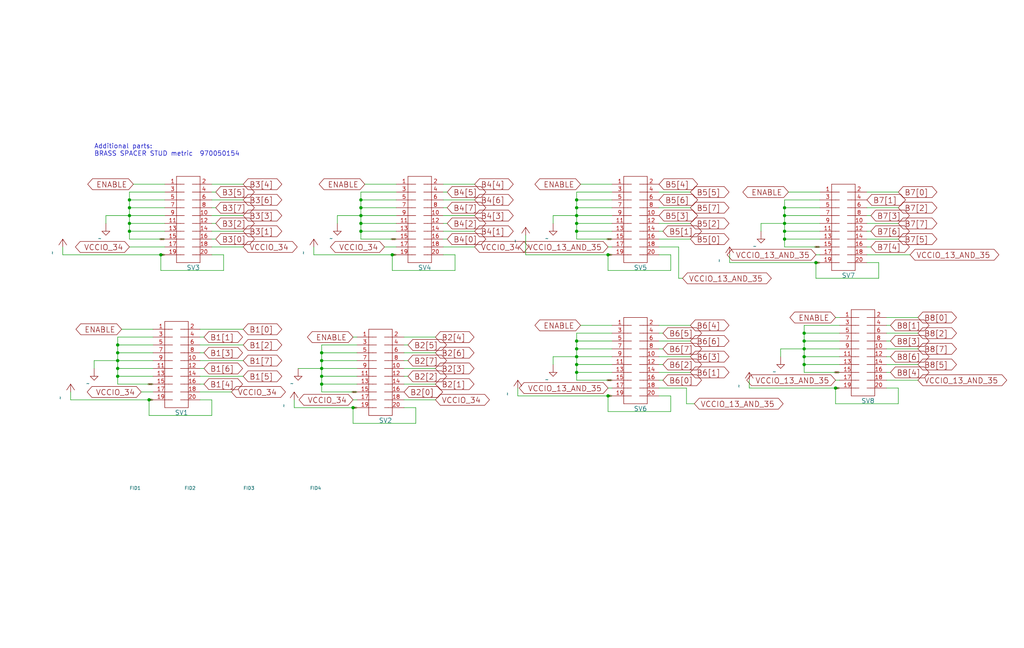
<source format=kicad_sch>
(kicad_sch (version 20211123) (generator eeschema)
  (paper "User" 331.521 210.007)
  (lib_symbols
    (symbol "carrier-eagle-import:+5V" (power) (pin_names (offset 1.016))
      (property "Value" "+5V" (at -2.54 -5.08 90))
      (symbol "+5V_1_0"
        (polyline (pts (xy 0 0) (xy -1.27 -1.905)))
        (polyline (pts (xy 1.27 -1.905) (xy 0 0)))
        (pin power_in line (at 0 -2.54 90) (length 2.54) (name "+5V") (number "1"))
      )
    )
    (symbol "carrier-eagle-import:DGND" (power) (pin_names (offset 1.016))
      (property "Value" "DGND" (at -2.667 -3.175 0))
      (symbol "DGND_1_0"
        (polyline (pts (xy -1.27 0) (xy 1.27 0)))
        (polyline (pts (xy 0 -1.27) (xy -1.27 0)))
        (polyline (pts (xy 1.27 0) (xy 0 -1.27)))
        (pin power_in line (at 0 2.54 270) (length 2.54) (name "DGND") (number "1"))
      )
    )
    (symbol "carrier-eagle-import:FIDUCIAL-1.5MM" (pin_names (offset 1.016))
      (property "Reference" "FID" (at 0 0 0))
      (property "Value" "FIDUCIAL-1.5MM" (at 0 -2.54 0))
    )
    (symbol "carrier-eagle-import:ML20" (pin_names (offset 1.016))
      (property "Reference" "SV" (at -3.81 13.462 0))
      (property "Value" "ML20" (at -3.81 -17.78 0))
      (symbol "ML20_1_0"
        (polyline (pts (xy -3.81 12.7) (xy -3.81 -15.24)))
        (polyline (pts (xy -3.81 12.7) (xy 3.81 12.7)))
        (polyline (pts (xy -2.54 -12.7) (xy -1.27 -12.7)))
        (polyline (pts (xy -2.54 -10.16) (xy -1.27 -10.16)))
        (polyline (pts (xy -2.54 -7.62) (xy -1.27 -7.62)))
        (polyline (pts (xy -2.54 -5.08) (xy -1.27 -5.08)))
        (polyline (pts (xy -2.54 -2.54) (xy -1.27 -2.54)))
        (polyline (pts (xy -2.54 0) (xy -1.27 0)))
        (polyline (pts (xy -2.54 2.54) (xy -1.27 2.54)))
        (polyline (pts (xy -2.54 5.08) (xy -1.27 5.08)))
        (polyline (pts (xy -2.54 7.62) (xy -1.27 7.62)))
        (polyline (pts (xy -2.54 10.16) (xy -1.27 10.16)))
        (polyline (pts (xy 1.27 -12.7) (xy 2.54 -12.7)))
        (polyline (pts (xy 1.27 -10.16) (xy 2.54 -10.16)))
        (polyline (pts (xy 1.27 -7.62) (xy 2.54 -7.62)))
        (polyline (pts (xy 1.27 -5.08) (xy 2.54 -5.08)))
        (polyline (pts (xy 1.27 -2.54) (xy 2.54 -2.54)))
        (polyline (pts (xy 1.27 0) (xy 2.54 0)))
        (polyline (pts (xy 1.27 2.54) (xy 2.54 2.54)))
        (polyline (pts (xy 1.27 5.08) (xy 2.54 5.08)))
        (polyline (pts (xy 1.27 7.62) (xy 2.54 7.62)))
        (polyline (pts (xy 1.27 10.16) (xy 2.54 10.16)))
        (polyline (pts (xy 3.81 -15.24) (xy -3.81 -15.24)))
        (polyline (pts (xy 3.81 -15.24) (xy 3.81 12.7)))
        (pin passive line (at 7.62 -12.7 180) (length 5.08) (name "1") (number "1"))
        (pin passive line (at -7.62 -2.54 0) (length 5.08) (name "10") (number "10"))
        (pin passive line (at 7.62 0 180) (length 5.08) (name "11") (number "11"))
        (pin passive line (at -7.62 0 0) (length 5.08) (name "12") (number "12"))
        (pin passive line (at 7.62 2.54 180) (length 5.08) (name "13") (number "13"))
        (pin passive line (at -7.62 2.54 0) (length 5.08) (name "14") (number "14"))
        (pin passive line (at 7.62 5.08 180) (length 5.08) (name "15") (number "15"))
        (pin passive line (at -7.62 5.08 0) (length 5.08) (name "16") (number "16"))
        (pin passive line (at 7.62 7.62 180) (length 5.08) (name "17") (number "17"))
        (pin passive line (at -7.62 7.62 0) (length 5.08) (name "18") (number "18"))
        (pin passive line (at 7.62 10.16 180) (length 5.08) (name "19") (number "19"))
        (pin passive line (at -7.62 -12.7 0) (length 5.08) (name "2") (number "2"))
        (pin passive line (at -7.62 10.16 0) (length 5.08) (name "20") (number "20"))
        (pin passive line (at 7.62 -10.16 180) (length 5.08) (name "3") (number "3"))
        (pin passive line (at -7.62 -10.16 0) (length 5.08) (name "4") (number "4"))
        (pin passive line (at 7.62 -7.62 180) (length 5.08) (name "5") (number "5"))
        (pin passive line (at -7.62 -7.62 0) (length 5.08) (name "6") (number "6"))
        (pin passive line (at 7.62 -5.08 180) (length 5.08) (name "7") (number "7"))
        (pin passive line (at -7.62 -5.08 0) (length 5.08) (name "8") (number "8"))
        (pin passive line (at 7.62 -2.54 180) (length 5.08) (name "9") (number "9"))
      )
    )
  )
  (junction (at 186.69 64.77))
  (junction (at 104.14 121.92))
  (junction (at 41.91 72.39))
  (junction (at 186.69 72.39))
  (junction (at 114.3 132.08))
  (junction (at 186.69 115.57))
  (junction (at 127 82.55))
  (junction (at 116.84 72.39))
  (junction (at 186.69 118.11))
  (junction (at 186.69 74.93))
  (junction (at 52.07 82.55))
  (junction (at 196.85 128.27))
  (junction (at 116.84 64.77))
  (junction (at 186.69 69.85))
  (junction (at 104.14 124.46))
  (junction (at 186.69 113.03))
  (junction (at 38.1 114.3))
  (junction (at 186.69 110.49))
  (junction (at 38.1 111.76))
  (junction (at 104.14 114.3))
  (junction (at 104.14 116.84))
  (junction (at 41.91 67.31))
  (junction (at 260.35 113.03))
  (junction (at 116.84 67.31))
  (junction (at 38.1 119.38))
  (junction (at 41.91 74.93))
  (junction (at 48.26 129.54))
  (junction (at 38.1 116.84))
  (junction (at 254 67.31))
  (junction (at 116.84 69.85))
  (junction (at 116.84 74.93))
  (junction (at 260.35 118.11))
  (junction (at 104.14 119.38))
  (junction (at 264.16 85.09))
  (junction (at 38.1 121.92))
  (junction (at 260.35 115.57))
  (junction (at 270.51 125.73))
  (junction (at 186.69 120.65))
  (junction (at 254 72.39))
  (junction (at 254 69.85))
  (junction (at 41.91 64.77))
  (junction (at 41.91 69.85))
  (junction (at 186.69 67.31))
  (junction (at 196.85 82.55))
  (junction (at 260.35 110.49))
  (junction (at 254 77.47))
  (junction (at 254 74.93))
  (junction (at 260.35 107.95))
  (wire (pts (xy 287.02 107.95) (xy 297.18 107.95)))
  (wire (pts (xy 271.78 120.65) (xy 260.35 120.65)))
  (wire (pts (xy 217.17 133.35) (xy 196.85 133.35)))
  (wire (pts (xy 127 82.55) (xy 101.6 82.55)))
  (wire (pts (xy 104.14 119.38) (xy 104.14 121.92)))
  (wire (pts (xy 49.53 129.54) (xy 48.26 129.54)))
  (wire (pts (xy 287.02 110.49) (xy 288.29 110.49)))
  (wire (pts (xy 290.83 130.81) (xy 270.51 130.81)))
  (wire (pts (xy 260.35 113.03) (xy 252.73 113.03)))
  (wire (pts (xy 265.43 67.31) (xy 254 67.31)))
  (wire (pts (xy 196.85 82.55) (xy 170.18 82.55)))
  (wire (pts (xy 53.34 77.47) (xy 41.91 77.47)))
  (wire (pts (xy 68.58 134.62) (xy 48.26 134.62)))
  (wire (pts (xy 128.27 82.55) (xy 127 82.55)))
  (wire (pts (xy 186.69 72.39) (xy 186.69 74.93)))
  (wire (pts (xy 104.14 114.3) (xy 104.14 116.84)))
  (wire (pts (xy 186.69 74.93) (xy 198.12 74.93)))
  (wire (pts (xy 115.57 132.08) (xy 114.3 132.08)))
  (wire (pts (xy 68.58 129.54) (xy 68.58 134.62)))
  (wire (pts (xy 68.58 67.31) (xy 69.85 67.31)))
  (wire (pts (xy 270.51 125.73) (xy 242.57 125.73)))
  (wire (pts (xy 49.53 109.22) (xy 38.1 109.22)))
  (wire (pts (xy 115.57 111.76) (xy 104.14 111.76)))
  (wire (pts (xy 167.64 128.27) (xy 167.64 125.73)))
  (wire (pts (xy 128.27 72.39) (xy 116.84 72.39)))
  (wire (pts (xy 143.51 64.77) (xy 153.67 64.77)))
  (wire (pts (xy 265.43 62.23) (xy 255.27 62.23)))
  (wire (pts (xy 38.1 121.92) (xy 49.53 121.92)))
  (wire (pts (xy 64.77 127) (xy 74.93 127)))
  (wire (pts (xy 213.36 115.57) (xy 223.52 115.57)))
  (wire (pts (xy 265.43 82.55) (xy 264.16 82.55)))
  (wire (pts (xy 38.1 109.22) (xy 38.1 111.76)))
  (wire (pts (xy 114.3 132.08) (xy 95.25 132.08)))
  (wire (pts (xy 53.34 69.85) (xy 41.91 69.85)))
  (wire (pts (xy 64.77 121.92) (xy 78.74 121.92)))
  (wire (pts (xy 196.85 128.27) (xy 167.64 128.27)))
  (wire (pts (xy 68.58 69.85) (xy 78.74 69.85)))
  (wire (pts (xy 116.84 62.23) (xy 116.84 64.77)))
  (wire (pts (xy 38.1 116.84) (xy 30.48 116.84)))
  (wire (pts (xy 130.81 116.84) (xy 132.08 116.84)))
  (wire (pts (xy 198.12 107.95) (xy 186.69 107.95)))
  (wire (pts (xy 115.57 116.84) (xy 104.14 116.84)))
  (wire (pts (xy 260.35 107.95) (xy 260.35 110.49)))
  (wire (pts (xy 186.69 118.11) (xy 186.69 120.65)))
  (wire (pts (xy 254 67.31) (xy 254 69.85)))
  (wire (pts (xy 68.58 74.93) (xy 78.74 74.93)))
  (wire (pts (xy 198.12 69.85) (xy 186.69 69.85)))
  (wire (pts (xy 213.36 62.23) (xy 223.52 62.23)))
  (wire (pts (xy 287.02 113.03) (xy 297.18 113.03)))
  (wire (pts (xy 104.14 111.76) (xy 104.14 114.3)))
  (wire (pts (xy 38.1 119.38) (xy 38.1 121.92)))
  (wire (pts (xy 260.35 118.11) (xy 271.78 118.11)))
  (wire (pts (xy 213.36 118.11) (xy 214.63 118.11)))
  (wire (pts (xy 186.69 69.85) (xy 179.07 69.85)))
  (wire (pts (xy 143.51 80.01) (xy 153.67 80.01)))
  (wire (pts (xy 41.91 74.93) (xy 53.34 74.93)))
  (wire (pts (xy 224.79 130.81) (xy 222.25 130.81)))
  (wire (pts (xy 143.51 82.55) (xy 147.32 82.55)))
  (wire (pts (xy 72.39 87.63) (xy 52.07 87.63)))
  (wire (pts (xy 104.14 124.46) (xy 115.57 124.46)))
  (wire (pts (xy 186.69 77.47) (xy 186.69 74.93)))
  (wire (pts (xy 213.36 128.27) (xy 217.17 128.27)))
  (wire (pts (xy 41.91 67.31) (xy 41.91 69.85)))
  (wire (pts (xy 280.67 69.85) (xy 281.94 69.85)))
  (wire (pts (xy 68.58 77.47) (xy 69.85 77.47)))
  (wire (pts (xy 280.67 74.93) (xy 281.94 74.93)))
  (wire (pts (xy 68.58 62.23) (xy 69.85 62.23)))
  (wire (pts (xy 213.36 74.93) (xy 214.63 74.93)))
  (wire (pts (xy 179.07 115.57) (xy 179.07 118.11)))
  (wire (pts (xy 64.77 129.54) (xy 68.58 129.54)))
  (wire (pts (xy 290.83 125.73) (xy 290.83 130.81)))
  (wire (pts (xy 53.34 67.31) (xy 41.91 67.31)))
  (wire (pts (xy 280.67 62.23) (xy 290.83 62.23)))
  (wire (pts (xy 64.77 106.68) (xy 78.74 106.68)))
  (wire (pts (xy 115.57 129.54) (xy 114.3 129.54)))
  (wire (pts (xy 95.25 132.08) (xy 95.25 129.54)))
  (wire (pts (xy 254 69.85) (xy 254 72.39)))
  (wire (pts (xy 130.81 121.92) (xy 132.08 121.92)))
  (wire (pts (xy 198.12 128.27) (xy 196.85 128.27)))
  (wire (pts (xy 265.43 64.77) (xy 254 64.77)))
  (wire (pts (xy 49.53 119.38) (xy 38.1 119.38)))
  (wire (pts (xy 271.78 123.19) (xy 270.51 123.19)))
  (wire (pts (xy 68.58 72.39) (xy 69.85 72.39)))
  (wire (pts (xy 265.43 80.01) (xy 254 80.01)))
  (wire (pts (xy 186.69 123.19) (xy 186.69 120.65)))
  (wire (pts (xy 265.43 74.93) (xy 254 74.93)))
  (wire (pts (xy 265.43 72.39) (xy 254 72.39)))
  (wire (pts (xy 49.53 114.3) (xy 38.1 114.3)))
  (wire (pts (xy 130.81 119.38) (xy 140.97 119.38)))
  (wire (pts (xy 198.12 113.03) (xy 186.69 113.03)))
  (wire (pts (xy 260.35 113.03) (xy 260.35 115.57)))
  (wire (pts (xy 130.81 114.3) (xy 140.97 114.3)))
  (wire (pts (xy 265.43 85.09) (xy 264.16 85.09)))
  (wire (pts (xy 41.91 69.85) (xy 41.91 72.39)))
  (wire (pts (xy 41.91 62.23) (xy 41.91 64.77)))
  (wire (pts (xy 186.69 115.57) (xy 179.07 115.57)))
  (wire (pts (xy 198.12 105.41) (xy 187.96 105.41)))
  (wire (pts (xy 280.67 72.39) (xy 290.83 72.39)))
  (wire (pts (xy 115.57 121.92) (xy 104.14 121.92)))
  (wire (pts (xy 236.22 85.09) (xy 236.22 82.55)))
  (wire (pts (xy 265.43 69.85) (xy 254 69.85)))
  (wire (pts (xy 280.67 82.55) (xy 294.64 82.55)))
  (wire (pts (xy 271.78 107.95) (xy 260.35 107.95)))
  (wire (pts (xy 49.53 116.84) (xy 38.1 116.84)))
  (wire (pts (xy 222.25 130.81) (xy 222.25 125.73)))
  (wire (pts (xy 219.71 90.17) (xy 219.71 80.01)))
  (wire (pts (xy 217.17 87.63) (xy 196.85 87.63)))
  (wire (pts (xy 186.69 107.95) (xy 186.69 110.49)))
  (wire (pts (xy 49.53 111.76) (xy 38.1 111.76)))
  (wire (pts (xy 196.85 87.63) (xy 196.85 82.55)))
  (wire (pts (xy 53.34 80.01) (xy 41.91 80.01)))
  (wire (pts (xy 196.85 133.35) (xy 196.85 128.27)))
  (wire (pts (xy 260.35 115.57) (xy 260.35 118.11)))
  (wire (pts (xy 170.18 82.55) (xy 170.18 76.2)))
  (wire (pts (xy 271.78 125.73) (xy 270.51 125.73)))
  (wire (pts (xy 186.69 115.57) (xy 186.69 118.11)))
  (wire (pts (xy 128.27 59.69) (xy 118.11 59.69)))
  (wire (pts (xy 134.62 137.16) (xy 114.3 137.16)))
  (wire (pts (xy 271.78 102.87) (xy 270.51 102.87)))
  (wire (pts (xy 242.57 125.73) (xy 242.57 123.19)))
  (wire (pts (xy 213.36 120.65) (xy 223.52 120.65)))
  (wire (pts (xy 128.27 62.23) (xy 116.84 62.23)))
  (wire (pts (xy 271.78 113.03) (xy 260.35 113.03)))
  (wire (pts (xy 198.12 123.19) (xy 186.69 123.19)))
  (wire (pts (xy 287.02 120.65) (xy 288.29 120.65)))
  (wire (pts (xy 287.02 102.87) (xy 297.18 102.87)))
  (wire (pts (xy 213.36 107.95) (xy 214.63 107.95)))
  (wire (pts (xy 116.84 69.85) (xy 109.22 69.85)))
  (wire (pts (xy 41.91 69.85) (xy 34.29 69.85)))
  (wire (pts (xy 220.98 90.17) (xy 219.71 90.17)))
  (wire (pts (xy 41.91 64.77) (xy 41.91 67.31)))
  (wire (pts (xy 116.84 72.39) (xy 116.84 74.93)))
  (wire (pts (xy 198.12 110.49) (xy 186.69 110.49)))
  (wire (pts (xy 116.84 69.85) (xy 116.84 72.39)))
  (wire (pts (xy 130.81 124.46) (xy 140.97 124.46)))
  (wire (pts (xy 104.14 119.38) (xy 96.52 119.38)))
  (wire (pts (xy 41.91 77.47) (xy 41.91 74.93)))
  (wire (pts (xy 20.32 82.55) (xy 20.32 80.01)))
  (wire (pts (xy 53.34 82.55) (xy 52.07 82.55)))
  (wire (pts (xy 186.69 120.65) (xy 198.12 120.65)))
  (wire (pts (xy 287.02 105.41) (xy 288.29 105.41)))
  (wire (pts (xy 254 72.39) (xy 246.38 72.39)))
  (wire (pts (xy 179.07 69.85) (xy 179.07 72.39)))
  (wire (pts (xy 104.14 121.92) (xy 104.14 124.46)))
  (wire (pts (xy 287.02 125.73) (xy 290.83 125.73)))
  (wire (pts (xy 130.81 111.76) (xy 132.08 111.76)))
  (wire (pts (xy 254 74.93) (xy 254 77.47)))
  (wire (pts (xy 213.36 80.01) (xy 219.71 80.01)))
  (wire (pts (xy 198.12 59.69) (xy 187.96 59.69)))
  (wire (pts (xy 143.51 62.23) (xy 144.78 62.23)))
  (wire (pts (xy 53.34 62.23) (xy 41.91 62.23)))
  (wire (pts (xy 213.36 82.55) (xy 217.17 82.55)))
  (wire (pts (xy 143.51 67.31) (xy 144.78 67.31)))
  (wire (pts (xy 116.84 77.47) (xy 116.84 74.93)))
  (wire (pts (xy 280.67 67.31) (xy 290.83 67.31)))
  (wire (pts (xy 254 64.77) (xy 254 67.31)))
  (wire (pts (xy 287.02 115.57) (xy 288.29 115.57)))
  (wire (pts (xy 114.3 137.16) (xy 114.3 132.08)))
  (wire (pts (xy 49.53 124.46) (xy 38.1 124.46)))
  (wire (pts (xy 271.78 105.41) (xy 260.35 105.41)))
  (wire (pts (xy 254 80.01) (xy 254 77.47)))
  (wire (pts (xy 186.69 110.49) (xy 186.69 113.03)))
  (wire (pts (xy 115.57 109.22) (xy 114.3 109.22)))
  (wire (pts (xy 198.12 118.11) (xy 186.69 118.11)))
  (wire (pts (xy 128.27 64.77) (xy 116.84 64.77)))
  (wire (pts (xy 260.35 105.41) (xy 260.35 107.95)))
  (wire (pts (xy 68.58 82.55) (xy 72.39 82.55)))
  (wire (pts (xy 280.67 80.01) (xy 281.94 80.01)))
  (wire (pts (xy 34.29 69.85) (xy 34.29 72.39)))
  (wire (pts (xy 143.51 72.39) (xy 144.78 72.39)))
  (wire (pts (xy 116.84 64.77) (xy 116.84 67.31)))
  (wire (pts (xy 104.14 116.84) (xy 104.14 119.38)))
  (wire (pts (xy 127 87.63) (xy 127 82.55)))
  (wire (pts (xy 284.48 90.17) (xy 264.16 90.17)))
  (wire (pts (xy 64.77 114.3) (xy 66.04 114.3)))
  (wire (pts (xy 198.12 72.39) (xy 186.69 72.39)))
  (wire (pts (xy 130.81 109.22) (xy 140.97 109.22)))
  (wire (pts (xy 246.38 72.39) (xy 246.38 74.93)))
  (wire (pts (xy 213.36 123.19) (xy 214.63 123.19)))
  (wire (pts (xy 115.57 127) (xy 104.14 127)))
  (wire (pts (xy 143.51 69.85) (xy 153.67 69.85)))
  (wire (pts (xy 130.81 132.08) (xy 134.62 132.08)))
  (wire (pts (xy 284.48 85.09) (xy 284.48 90.17)))
  (wire (pts (xy 260.35 110.49) (xy 260.35 113.03)))
  (wire (pts (xy 287.02 118.11) (xy 297.18 118.11)))
  (wire (pts (xy 22.86 129.54) (xy 22.86 127)))
  (wire (pts (xy 52.07 87.63) (xy 52.07 82.55)))
  (wire (pts (xy 38.1 114.3) (xy 38.1 116.84)))
  (wire (pts (xy 186.69 62.23) (xy 186.69 64.77)))
  (wire (pts (xy 213.36 113.03) (xy 214.63 113.03)))
  (wire (pts (xy 213.36 67.31) (xy 223.52 67.31)))
  (wire (pts (xy 198.12 62.23) (xy 186.69 62.23)))
  (wire (pts (xy 48.26 129.54) (xy 22.86 129.54)))
  (wire (pts (xy 128.27 77.47) (xy 116.84 77.47)))
  (wire (pts (xy 198.12 115.57) (xy 186.69 115.57)))
  (wire (pts (xy 213.36 72.39) (xy 223.52 72.39)))
  (wire (pts (xy 143.51 59.69) (xy 153.67 59.69)))
  (wire (pts (xy 147.32 82.55) (xy 147.32 87.63)))
  (wire (pts (xy 64.77 124.46) (xy 66.04 124.46)))
  (wire (pts (xy 49.53 106.68) (xy 39.37 106.68)))
  (wire (pts (xy 128.27 80.01) (xy 124.46 80.01)))
  (wire (pts (xy 147.32 87.63) (xy 127 87.63)))
  (wire (pts (xy 30.48 116.84) (xy 30.48 119.38)))
  (wire (pts (xy 198.12 125.73) (xy 196.85 125.73)))
  (wire (pts (xy 270.51 130.81) (xy 270.51 125.73)))
  (wire (pts (xy 68.58 64.77) (xy 78.74 64.77)))
  (wire (pts (xy 198.12 64.77) (xy 186.69 64.77)))
  (wire (pts (xy 53.34 59.69) (xy 43.18 59.69)))
  (wire (pts (xy 134.62 132.08) (xy 134.62 137.16)))
  (wire (pts (xy 38.1 116.84) (xy 38.1 119.38)))
  (wire (pts (xy 260.35 120.65) (xy 260.35 118.11)))
  (wire (pts (xy 104.14 127) (xy 104.14 124.46)))
  (wire (pts (xy 198.12 67.31) (xy 186.69 67.31)))
  (wire (pts (xy 53.34 72.39) (xy 41.91 72.39)))
  (wire (pts (xy 186.69 69.85) (xy 186.69 72.39)))
  (wire (pts (xy 254 72.39) (xy 254 74.93)))
  (wire (pts (xy 64.77 111.76) (xy 78.74 111.76)))
  (wire (pts (xy 186.69 67.31) (xy 186.69 69.85)))
  (wire (pts (xy 109.22 69.85) (xy 109.22 72.39)))
  (wire (pts (xy 280.67 85.09) (xy 284.48 85.09)))
  (wire (pts (xy 116.84 67.31) (xy 116.84 69.85)))
  (wire (pts (xy 101.6 82.55) (xy 101.6 80.01)))
  (wire (pts (xy 252.73 113.03) (xy 252.73 115.57)))
  (wire (pts (xy 196.85 80.01) (xy 198.12 80.01)))
  (wire (pts (xy 48.26 134.62) (xy 48.26 129.54)))
  (wire (pts (xy 128.27 67.31) (xy 116.84 67.31)))
  (wire (pts (xy 52.07 82.55) (xy 20.32 82.55)))
  (wire (pts (xy 254 77.47) (xy 265.43 77.47)))
  (wire (pts (xy 116.84 74.93) (xy 128.27 74.93)))
  (wire (pts (xy 38.1 111.76) (xy 38.1 114.3)))
  (wire (pts (xy 115.57 119.38) (xy 104.14 119.38)))
  (wire (pts (xy 130.81 129.54) (xy 140.97 129.54)))
  (wire (pts (xy 64.77 109.22) (xy 66.04 109.22)))
  (wire (pts (xy 271.78 110.49) (xy 260.35 110.49)))
  (wire (pts (xy 264.16 85.09) (xy 236.22 85.09)))
  (wire (pts (xy 128.27 69.85) (xy 116.84 69.85)))
  (wire (pts (xy 68.58 80.01) (xy 78.74 80.01)))
  (wire (pts (xy 264.16 90.17) (xy 264.16 85.09)))
  (wire (pts (xy 143.51 74.93) (xy 153.67 74.93)))
  (wire (pts (xy 143.51 77.47) (xy 144.78 77.47)))
  (wire (pts (xy 271.78 115.57) (xy 260.35 115.57)))
  (wire (pts (xy 217.17 82.55) (xy 217.17 87.63)))
  (wire (pts (xy 186.69 64.77) (xy 186.69 67.31)))
  (wire (pts (xy 186.69 113.03) (xy 186.69 115.57)))
  (wire (pts (xy 213.36 110.49) (xy 223.52 110.49)))
  (wire (pts (xy 41.91 72.39) (xy 41.91 74.93)))
  (wire (pts (xy 213.36 105.41) (xy 223.52 105.41)))
  (wire (pts (xy 38.1 124.46) (xy 38.1 121.92)))
  (wire (pts (xy 280.67 77.47) (xy 290.83 77.47)))
  (wire (pts (xy 115.57 114.3) (xy 104.14 114.3)))
  (wire (pts (xy 53.34 64.77) (xy 41.91 64.77)))
  (wire (pts (xy 213.36 125.73) (xy 222.25 125.73)))
  (wire (pts (xy 198.12 82.55) (xy 196.85 82.55)))
  (wire (pts (xy 49.53 127) (xy 45.72 127)))
  (wire (pts (xy 213.36 77.47) (xy 223.52 77.47)))
  (wire (pts (xy 72.39 82.55) (xy 72.39 87.63)))
  (wire (pts (xy 64.77 116.84) (xy 78.74 116.84)))
  (wire (pts (xy 287.02 123.19) (xy 297.18 123.19)))
  (wire (pts (xy 64.77 119.38) (xy 66.04 119.38)))
  (wire (pts (xy 217.17 128.27) (xy 217.17 133.35)))
  (wire (pts (xy 68.58 59.69) (xy 78.74 59.69)))
  (wire (pts (xy 198.12 77.47) (xy 186.69 77.47)))
  (text "Additional parts:\nBRASS SPACER STUD metric  970050154" (at 30.48 50.8 0) (effects (font (size 1.4986 1.4986)) (justify left bottom)))
  (global_label "+5V" (shape bidirectional) (at 271.78 125.73 180) (effects (font (size 0.254 0.254))) (property "Intersheet References" "${INTERSHEET_REFS}" (effects hide)))
  (global_label "VCCIO_13_AND_35" (shape bidirectional) (at 297.18 123.19 0) (effects (font (size 1.778 1.778))) (property "Intersheet References" "${INTERSHEET_REFS}" (effects hide)))
  (global_label "B1[3]" (shape bidirectional) (at 66.04 114.3 0) (effects (font (size 1.778 1.778))) (property "Intersheet References" "${INTERSHEET_REFS}" (effects hide)))
  (global_label "B5[6]" (shape bidirectional) (at 213.36 64.77 0) (effects (font (size 1.778 1.778))) (property "Intersheet References" "${INTERSHEET_REFS}" (effects hide)))
  (global_label "VCCIO_34" (shape bidirectional) (at 45.72 127 180) (effects (font (size 1.778 1.778))) (property "Intersheet References" "${INTERSHEET_REFS}" (effects hide)))
  (global_label "B7[4]" (shape bidirectional) (at 281.94 80.01 0) (effects (font (size 1.778 1.778))) (property "Intersheet References" "${INTERSHEET_REFS}" (effects hide)))
  (global_label "VCCIO_34" (shape bidirectional) (at 74.93 127 0) (effects (font (size 1.778 1.778))) (property "Intersheet References" "${INTERSHEET_REFS}" (effects hide)))
  (global_label "B4[2]" (shape bidirectional) (at 144.78 72.39 0) (effects (font (size 1.778 1.778))) (property "Intersheet References" "${INTERSHEET_REFS}" (effects hide)))
  (global_label "B3[2]" (shape bidirectional) (at 69.85 72.39 0) (effects (font (size 1.778 1.778))) (property "Intersheet References" "${INTERSHEET_REFS}" (effects hide)))
  (global_label "VCCIO_34" (shape bidirectional) (at 78.74 80.01 0) (effects (font (size 1.778 1.778))) (property "Intersheet References" "${INTERSHEET_REFS}" (effects hide)))
  (global_label "B8[3]" (shape bidirectional) (at 288.29 110.49 0) (effects (font (size 1.778 1.778))) (property "Intersheet References" "${INTERSHEET_REFS}" (effects hide)))
  (global_label "B5[0]" (shape bidirectional) (at 223.52 77.47 0) (effects (font (size 1.778 1.778))) (property "Intersheet References" "${INTERSHEET_REFS}" (effects hide)))
  (global_label "DGND" (shape bidirectional) (at 49.53 124.46 180) (effects (font (size 0.254 0.254))) (property "Intersheet References" "${INTERSHEET_REFS}" (effects hide)))
  (global_label "B8[1]" (shape bidirectional) (at 288.29 105.41 0) (effects (font (size 1.778 1.778))) (property "Intersheet References" "${INTERSHEET_REFS}" (effects hide)))
  (global_label "B7[0]" (shape bidirectional) (at 290.83 62.23 0) (effects (font (size 1.778 1.778))) (property "Intersheet References" "${INTERSHEET_REFS}" (effects hide)))
  (global_label "+5V" (shape bidirectional) (at 265.43 85.09 180) (effects (font (size 0.254 0.254))) (property "Intersheet References" "${INTERSHEET_REFS}" (effects hide)))
  (global_label "DGND" (shape bidirectional) (at 128.27 77.47 180) (effects (font (size 0.254 0.254))) (property "Intersheet References" "${INTERSHEET_REFS}" (effects hide)))
  (global_label "B2[2]" (shape bidirectional) (at 132.08 121.92 0) (effects (font (size 1.778 1.778))) (property "Intersheet References" "${INTERSHEET_REFS}" (effects hide)))
  (global_label "B7[5]" (shape bidirectional) (at 290.83 77.47 0) (effects (font (size 1.778 1.778))) (property "Intersheet References" "${INTERSHEET_REFS}" (effects hide)))
  (global_label "DGND" (shape bidirectional) (at 265.43 80.01 180) (effects (font (size 0.254 0.254))) (property "Intersheet References" "${INTERSHEET_REFS}" (effects hide)))
  (global_label "B4[0]" (shape bidirectional) (at 144.78 77.47 0) (effects (font (size 1.778 1.778))) (property "Intersheet References" "${INTERSHEET_REFS}" (effects hide)))
  (global_label "B1[2]" (shape bidirectional) (at 78.74 111.76 0) (effects (font (size 1.778 1.778))) (property "Intersheet References" "${INTERSHEET_REFS}" (effects hide)))
  (global_label "B2[4]" (shape bidirectional) (at 140.97 109.22 0) (effects (font (size 1.778 1.778))) (property "Intersheet References" "${INTERSHEET_REFS}" (effects hide)))
  (global_label "B2[5]" (shape bidirectional) (at 132.08 111.76 0) (effects (font (size 1.778 1.778))) (property "Intersheet References" "${INTERSHEET_REFS}" (effects hide)))
  (global_label "B4[7]" (shape bidirectional) (at 144.78 67.31 0) (effects (font (size 1.778 1.778))) (property "Intersheet References" "${INTERSHEET_REFS}" (effects hide)))
  (global_label "ENABLE" (shape bidirectional) (at 114.3 109.22 180) (effects (font (size 1.778 1.778))) (property "Intersheet References" "${INTERSHEET_REFS}" (effects hide)))
  (global_label "B7[2]" (shape bidirectional) (at 290.83 67.31 0) (effects (font (size 1.778 1.778))) (property "Intersheet References" "${INTERSHEET_REFS}" (effects hide)))
  (global_label "B5[7]" (shape bidirectional) (at 223.52 67.31 0) (effects (font (size 1.778 1.778))) (property "Intersheet References" "${INTERSHEET_REFS}" (effects hide)))
  (global_label "B6[6]" (shape bidirectional) (at 223.52 110.49 0) (effects (font (size 1.778 1.778))) (property "Intersheet References" "${INTERSHEET_REFS}" (effects hide)))
  (global_label "B8[4]" (shape bidirectional) (at 288.29 120.65 0) (effects (font (size 1.778 1.778))) (property "Intersheet References" "${INTERSHEET_REFS}" (effects hide)))
  (global_label "B5[3]" (shape bidirectional) (at 213.36 69.85 0) (effects (font (size 1.778 1.778))) (property "Intersheet References" "${INTERSHEET_REFS}" (effects hide)))
  (global_label "DGND" (shape bidirectional) (at 53.34 77.47 180) (effects (font (size 0.254 0.254))) (property "Intersheet References" "${INTERSHEET_REFS}" (effects hide)))
  (global_label "B1[5]" (shape bidirectional) (at 78.74 121.92 0) (effects (font (size 1.778 1.778))) (property "Intersheet References" "${INTERSHEET_REFS}" (effects hide)))
  (global_label "B8[2]" (shape bidirectional) (at 297.18 107.95 0) (effects (font (size 1.778 1.778))) (property "Intersheet References" "${INTERSHEET_REFS}" (effects hide)))
  (global_label "B8[0]" (shape bidirectional) (at 297.18 102.87 0) (effects (font (size 1.778 1.778))) (property "Intersheet References" "${INTERSHEET_REFS}" (effects hide)))
  (global_label "B7[6]" (shape bidirectional) (at 281.94 74.93 0) (effects (font (size 1.778 1.778))) (property "Intersheet References" "${INTERSHEET_REFS}" (effects hide)))
  (global_label "B1[4]" (shape bidirectional) (at 66.04 124.46 0) (effects (font (size 1.778 1.778))) (property "Intersheet References" "${INTERSHEET_REFS}" (effects hide)))
  (global_label "B6[4]" (shape bidirectional) (at 223.52 105.41 0) (effects (font (size 1.778 1.778))) (property "Intersheet References" "${INTERSHEET_REFS}" (effects hide)))
  (global_label "B5[4]" (shape bidirectional) (at 213.36 59.69 0) (effects (font (size 1.778 1.778))) (property "Intersheet References" "${INTERSHEET_REFS}" (effects hide)))
  (global_label "B1[1]" (shape bidirectional) (at 66.04 109.22 0) (effects (font (size 1.778 1.778))) (property "Intersheet References" "${INTERSHEET_REFS}" (effects hide)))
  (global_label "B3[3]" (shape bidirectional) (at 78.74 69.85 0) (effects (font (size 1.778 1.778))) (property "Intersheet References" "${INTERSHEET_REFS}" (effects hide)))
  (global_label "ENABLE" (shape bidirectional) (at 43.18 59.69 180) (effects (font (size 1.778 1.778))) (property "Intersheet References" "${INTERSHEET_REFS}" (effects hide)))
  (global_label "ENABLE" (shape bidirectional) (at 39.37 106.68 180) (effects (font (size 1.778 1.778))) (property "Intersheet References" "${INTERSHEET_REFS}" (effects hide)))
  (global_label "+5V" (shape bidirectional) (at 53.34 82.55 180) (effects (font (size 0.254 0.254))) (property "Intersheet References" "${INTERSHEET_REFS}" (effects hide)))
  (global_label "B3[1]" (shape bidirectional) (at 78.74 74.93 0) (effects (font (size 1.778 1.778))) (property "Intersheet References" "${INTERSHEET_REFS}" (effects hide)))
  (global_label "B1[6]" (shape bidirectional) (at 66.04 119.38 0) (effects (font (size 1.778 1.778))) (property "Intersheet References" "${INTERSHEET_REFS}" (effects hide)))
  (global_label "VCCIO_34" (shape bidirectional) (at 153.67 80.01 0) (effects (font (size 1.778 1.778))) (property "Intersheet References" "${INTERSHEET_REFS}" (effects hide)))
  (global_label "B6[7]" (shape bidirectional) (at 214.63 113.03 0) (effects (font (size 1.778 1.778))) (property "Intersheet References" "${INTERSHEET_REFS}" (effects hide)))
  (global_label "VCCIO_13_AND_35" (shape bidirectional) (at 196.85 80.01 180) (effects (font (size 1.778 1.778))) (property "Intersheet References" "${INTERSHEET_REFS}" (effects hide)))
  (global_label "B2[1]" (shape bidirectional) (at 140.97 124.46 0) (effects (font (size 1.778 1.778))) (property "Intersheet References" "${INTERSHEET_REFS}" (effects hide)))
  (global_label "B3[4]" (shape bidirectional) (at 78.74 59.69 0) (effects (font (size 1.778 1.778))) (property "Intersheet References" "${INTERSHEET_REFS}" (effects hide)))
  (global_label "+5V" (shape bidirectional) (at 198.12 82.55 180) (effects (font (size 0.254 0.254))) (property "Intersheet References" "${INTERSHEET_REFS}" (effects hide)))
  (global_label "B3[5]" (shape bidirectional) (at 69.85 62.23 0) (effects (font (size 1.778 1.778))) (property "Intersheet References" "${INTERSHEET_REFS}" (effects hide)))
  (global_label "VCCIO_13_AND_35" (shape bidirectional) (at 196.85 125.73 180) (effects (font (size 1.778 1.778))) (property "Intersheet References" "${INTERSHEET_REFS}" (effects hide)))
  (global_label "B7[3]" (shape bidirectional) (at 281.94 69.85 0) (effects (font (size 1.778 1.778))) (property "Intersheet References" "${INTERSHEET_REFS}" (effects hide)))
  (global_label "DGND" (shape bidirectional) (at 198.12 77.47 180) (effects (font (size 0.254 0.254))) (property "Intersheet References" "${INTERSHEET_REFS}" (effects hide)))
  (global_label "B5[1]" (shape bidirectional) (at 214.63 74.93 0) (effects (font (size 1.778 1.778))) (property "Intersheet References" "${INTERSHEET_REFS}" (effects hide)))
  (global_label "B3[6]" (shape bidirectional) (at 78.74 64.77 0) (effects (font (size 1.778 1.778))) (property "Intersheet References" "${INTERSHEET_REFS}" (effects hide)))
  (global_label "B3[7]" (shape bidirectional) (at 69.85 67.31 0) (effects (font (size 1.778 1.778))) (property "Intersheet References" "${INTERSHEET_REFS}" (effects hide)))
  (global_label "B3[0]" (shape bidirectional) (at 69.85 77.47 0) (effects (font (size 1.778 1.778))) (property "Intersheet References" "${INTERSHEET_REFS}" (effects hide)))
  (global_label "VCCIO_13_AND_35" (shape bidirectional) (at 220.98 90.17 0) (effects (font (size 1.778 1.778))) (property "Intersheet References" "${INTERSHEET_REFS}" (effects hide)))
  (global_label "DGND" (shape bidirectional) (at 271.78 120.65 180) (effects (font (size 0.254 0.254))) (property "Intersheet References" "${INTERSHEET_REFS}" (effects hide)))
  (global_label "B6[3]" (shape bidirectional) (at 223.52 115.57 0) (effects (font (size 1.778 1.778))) (property "Intersheet References" "${INTERSHEET_REFS}" (effects hide)))
  (global_label "VCCIO_13_AND_35" (shape bidirectional) (at 264.16 82.55 180) (effects (font (size 1.778 1.778))) (property "Intersheet References" "${INTERSHEET_REFS}" (effects hide)))
  (global_label "ENABLE" (shape bidirectional) (at 118.11 59.69 180) (effects (font (size 1.778 1.778))) (property "Intersheet References" "${INTERSHEET_REFS}" (effects hide)))
  (global_label "B6[1]" (shape bidirectional) (at 223.52 120.65 0) (effects (font (size 1.778 1.778))) (property "Intersheet References" "${INTERSHEET_REFS}" (effects hide)))
  (global_label "B4[4]" (shape bidirectional) (at 153.67 59.69 0) (effects (font (size 1.778 1.778))) (property "Intersheet References" "${INTERSHEET_REFS}" (effects hide)))
  (global_label "ENABLE" (shape bidirectional) (at 187.96 59.69 180) (effects (font (size 1.778 1.778))) (property "Intersheet References" "${INTERSHEET_REFS}" (effects hide)))
  (global_label "VCCIO_34" (shape bidirectional) (at 41.91 80.01 180) (effects (font (size 1.778 1.778))) (property "Intersheet References" "${INTERSHEET_REFS}" (effects hide)))
  (global_label "B2[7]" (shape bidirectional) (at 132.08 116.84 0) (effects (font (size 1.778 1.778))) (property "Intersheet References" "${INTERSHEET_REFS}" (effects hide)))
  (global_label "B8[5]" (shape bidirectional) (at 297.18 118.11 0) (effects (font (size 1.778 1.778))) (property "Intersheet References" "${INTERSHEET_REFS}" (effects hide)))
  (global_label "ENABLE" (shape bidirectional) (at 187.96 105.41 180) (effects (font (size 1.778 1.778))) (property "Intersheet References" "${INTERSHEET_REFS}" (effects hide)))
  (global_label "B6[2]" (shape bidirectional) (at 214.63 118.11 0) (effects (font (size 1.778 1.778))) (property "Intersheet References" "${INTERSHEET_REFS}" (effects hide)))
  (global_label "+5V" (shape bidirectional) (at 198.12 128.27 180) (effects (font (size 0.254 0.254))) (property "Intersheet References" "${INTERSHEET_REFS}" (effects hide)))
  (global_label "B7[1]" (shape bidirectional) (at 280.67 64.77 0) (effects (font (size 1.778 1.778))) (property "Intersheet References" "${INTERSHEET_REFS}" (effects hide)))
  (global_label "VCCIO_13_AND_35" (shape bidirectional) (at 224.79 130.81 0) (effects (font (size 1.778 1.778))) (property "Intersheet References" "${INTERSHEET_REFS}" (effects hide)))
  (global_label "B1[0]" (shape bidirectional) (at 78.74 106.68 0) (effects (font (size 1.778 1.778))) (property "Intersheet References" "${INTERSHEET_REFS}" (effects hide)))
  (global_label "B2[3]" (shape bidirectional) (at 140.97 119.38 0) (effects (font (size 1.778 1.778))) (property "Intersheet References" "${INTERSHEET_REFS}" (effects hide)))
  (global_label "DGND" (shape bidirectional) (at 115.57 127 180) (effects (font (size 0.254 0.254))) (property "Intersheet References" "${INTERSHEET_REFS}" (effects hide)))
  (global_label "B5[5]" (shape bidirectional) (at 223.52 62.23 0) (effects (font (size 1.778 1.778))) (property "Intersheet References" "${INTERSHEET_REFS}" (effects hide)))
  (global_label "DGND" (shape bidirectional) (at 198.12 123.19 180) (effects (font (size 0.254 0.254))) (property "Intersheet References" "${INTERSHEET_REFS}" (effects hide)))
  (global_label "B1[7]" (shape bidirectional) (at 78.74 116.84 0) (effects (font (size 1.778 1.778))) (property "Intersheet References" "${INTERSHEET_REFS}" (effects hide)))
  (global_label "B4[3]" (shape bidirectional) (at 153.67 69.85 0) (effects (font (size 1.778 1.778))) (property "Intersheet References" "${INTERSHEET_REFS}" (effects hide)))
  (global_label "B8[6]" (shape bidirectional) (at 288.29 115.57 0) (effects (font (size 1.778 1.778))) (property "Intersheet References" "${INTERSHEET_REFS}" (effects hide)))
  (global_label "B4[5]" (shape bidirectional) (at 144.78 62.23 0) (effects (font (size 1.778 1.778))) (property "Intersheet References" "${INTERSHEET_REFS}" (effects hide)))
  (global_label "B4[6]" (shape bidirectional) (at 153.67 64.77 0) (effects (font (size 1.778 1.778))) (property "Intersheet References" "${INTERSHEET_REFS}" (effects hide)))
  (global_label "B6[0]" (shape bidirectional) (at 214.63 123.19 0) (effects (font (size 1.778 1.778))) (property "Intersheet References" "${INTERSHEET_REFS}" (effects hide)))
  (global_label "ENABLE" (shape bidirectional) (at 255.27 62.23 180) (effects (font (size 1.778 1.778))) (property "Intersheet References" "${INTERSHEET_REFS}" (effects hide)))
  (global_label "B7[7]" (shape bidirectional) (at 290.83 72.39 0) (effects (font (size 1.778 1.778))) (property "Intersheet References" "${INTERSHEET_REFS}" (effects hide)))
  (global_label "B2[0]" (shape bidirectional) (at 130.81 127 0) (effects (font (size 1.778 1.778))) (property "Intersheet References" "${INTERSHEET_REFS}" (effects hide)))
  (global_label "VCCIO_13_AND_35" (shape bidirectional) (at 270.51 123.19 180) (effects (font (size 1.778 1.778))) (property "Intersheet References" "${INTERSHEET_REFS}" (effects hide)))
  (global_label "VCCIO_34" (shape bidirectional) (at 140.97 129.54 0) (effects (font (size 1.778 1.778))) (property "Intersheet References" "${INTERSHEET_REFS}" (effects hide)))
  (global_label "VCCIO_34" (shape bidirectional) (at 114.3 129.54 180) (effects (font (size 1.778 1.778))) (property "Intersheet References" "${INTERSHEET_REFS}" (effects hide)))
  (global_label "ENABLE" (shape bidirectional) (at 270.51 102.87 180) (effects (font (size 1.778 1.778))) (property "Intersheet References" "${INTERSHEET_REFS}" (effects hide)))
  (global_label "B2[6]" (shape bidirectional) (at 140.97 114.3 0) (effects (font (size 1.778 1.778))) (property "Intersheet References" "${INTERSHEET_REFS}" (effects hide)))
  (global_label "+5V" (shape bidirectional) (at 49.53 129.54 180) (effects (font (size 0.254 0.254))) (property "Intersheet References" "${INTERSHEET_REFS}" (effects hide)))
  (global_label "B8[7]" (shape bidirectional) (at 297.18 113.03 0) (effects (font (size 1.778 1.778))) (property "Intersheet References" "${INTERSHEET_REFS}" (effects hide)))
  (global_label "B6[5]" (shape bidirectional) (at 214.63 107.95 0) (effects (font (size 1.778 1.778))) (property "Intersheet References" "${INTERSHEET_REFS}" (effects hide)))
  (global_label "B5[2]" (shape bidirectional) (at 223.52 72.39 0) (effects (font (size 1.778 1.778))) (property "Intersheet References" "${INTERSHEET_REFS}" (effects hide)))
  (global_label "B4[1]" (shape bidirectional) (at 153.67 74.93 0) (effects (font (size 1.778 1.778))) (property "Intersheet References" "${INTERSHEET_REFS}" (effects hide)))
  (global_label "VCCIO_34" (shape bidirectional) (at 124.46 80.01 180) (effects (font (size 1.778 1.778))) (property "Intersheet References" "${INTERSHEET_REFS}" (effects hide)))
  (global_label "+5V" (shape bidirectional) (at 128.27 82.55 180) (effects (font (size 0.254 0.254))) (property "Intersheet References" "${INTERSHEET_REFS}" (effects hide)))
  (global_label "VCCIO_13_AND_35" (shape bidirectional) (at 294.64 82.55 0) (effects (font (size 1.778 1.778))) (property "Intersheet References" "${INTERSHEET_REFS}" (effects hide)))
  (global_label "+5V" (shape bidirectional) (at 115.57 132.08 180) (effects (font (size 0.254 0.254))) (property "Intersheet References" "${INTERSHEET_REFS}" (effects hide)))
  (symbol (lib_id "carrier-eagle-import:DGND") (at 246.38 77.47 0) (unit 1)
    (property "Reference" "#SUPPLY29" (effects hide))
  )
  (symbol (lib_id "carrier-eagle-import:ML20") (at 60.96 72.39 180) (unit 1)
    (property "Reference" "SV3" (at 64.77 85.852 0) (effects (font (size 1.4986 1.4986)) (justify left bottom)))
    (property "DIGIKEY" "ED10524-ND" (effects hide))
    (property "PARTNO" "302-S201" (effects hide))
  )
  (symbol (lib_id "carrier-eagle-import:+5V") (at 242.57 120.65 0) (unit 1)
    (property "Reference" "#P+20" (effects hide))
  )
  (symbol (lib_id "carrier-eagle-import:ML20") (at 205.74 118.11 180) (unit 1)
    (property "Reference" "SV6" (at 209.55 131.572 0) (effects (font (size 1.4986 1.4986)) (justify left bottom)))
    (property "DIGIKEY" "ED10524-ND" (effects hide))
    (property "PARTNO" "302-S201" (effects hide))
  )
  (symbol (lib_id "carrier-eagle-import:+5V") (at 167.64 123.19 0) (unit 1)
    (property "Reference" "#P+18" (effects hide))
  )
  (symbol (lib_id "carrier-eagle-import:DGND") (at 179.07 74.93 0) (unit 1)
    (property "Reference" "#SUPPLY27" (effects hide))
  )
  (symbol (lib_id "carrier-eagle-import:ML20") (at 273.05 74.93 180) (unit 1)
    (property "Reference" "SV7" (at 276.86 88.392 0) (effects (font (size 1.4986 1.4986)) (justify left bottom)))
    (property "DIGIKEY" "ED10524-ND" (effects hide))
    (property "PARTNO" "302-S201" (effects hide))
  )
  (symbol (lib_id "carrier-eagle-import:DGND") (at 34.29 74.93 0) (unit 1)
    (property "Reference" "#SUPPLY25" (effects hide))
  )
  (symbol (lib_id "carrier-eagle-import:FIDUCIAL-1.5MM") (at 78.74 158.75 0) (unit 1)
    (property "Reference" "FID3" (at 78.74 158.75 0) (effects (font (size 1.0668 1.0668)) (justify left bottom)))
  )
  (symbol (lib_id "carrier-eagle-import:+5V") (at 101.6 77.47 0) (unit 1)
    (property "Reference" "#P+16" (effects hide))
  )
  (symbol (lib_id "carrier-eagle-import:ML20") (at 57.15 119.38 180) (unit 1)
    (property "Reference" "SV1" (at 60.96 132.842 0) (effects (font (size 1.4986 1.4986)) (justify left bottom)))
    (property "DIGIKEY" "ED10524-ND" (effects hide))
    (property "PARTNO" "302-S201" (effects hide))
  )
  (symbol (lib_id "carrier-eagle-import:DGND") (at 252.73 118.11 0) (unit 1)
    (property "Reference" "#SUPPLY30" (effects hide))
  )
  (symbol (lib_id "carrier-eagle-import:DGND") (at 96.52 121.92 0) (unit 1)
    (property "Reference" "#SUPPLY24" (effects hide))
  )
  (symbol (lib_id "carrier-eagle-import:ML20") (at 123.19 121.92 180) (unit 1)
    (property "Reference" "SV2" (at 127 135.382 0) (effects (font (size 1.4986 1.4986)) (justify left bottom)))
    (property "DIGIKEY" "ED10524-ND" (effects hide))
    (property "PARTNO" "302-S201" (effects hide))
  )
  (symbol (lib_id "carrier-eagle-import:ML20") (at 135.89 72.39 180) (unit 1)
    (property "Reference" "SV4" (at 139.7 85.852 0) (effects (font (size 1.4986 1.4986)) (justify left bottom)))
    (property "DIGIKEY" "ED10524-ND" (effects hide))
    (property "PARTNO" "302-S201" (effects hide))
  )
  (symbol (lib_id "carrier-eagle-import:+5V") (at 22.86 124.46 0) (unit 1)
    (property "Reference" "#P+13" (effects hide))
  )
  (symbol (lib_id "carrier-eagle-import:+5V") (at 236.22 80.01 0) (unit 1)
    (property "Reference" "#P+19" (effects hide))
  )
  (symbol (lib_id "carrier-eagle-import:+5V") (at 95.25 127 0) (unit 1)
    (property "Reference" "#P+14" (effects hide))
  )
  (symbol (lib_id "carrier-eagle-import:FIDUCIAL-1.5MM") (at 100.33 158.75 0) (unit 1)
    (property "Reference" "FID4" (at 100.33 158.75 0) (effects (font (size 1.0668 1.0668)) (justify left bottom)))
  )
  (symbol (lib_id "carrier-eagle-import:DGND") (at 179.07 120.65 0) (unit 1)
    (property "Reference" "#SUPPLY28" (effects hide))
  )
  (symbol (lib_id "carrier-eagle-import:DGND") (at 109.22 74.93 0) (unit 1)
    (property "Reference" "#SUPPLY26" (effects hide))
  )
  (symbol (lib_id "carrier-eagle-import:FIDUCIAL-1.5MM") (at 41.91 158.75 0) (unit 1)
    (property "Reference" "FID1" (at 41.91 158.75 0) (effects (font (size 1.0668 1.0668)) (justify left bottom)))
  )
  (symbol (lib_id "carrier-eagle-import:ML20") (at 205.74 72.39 180) (unit 1)
    (property "Reference" "SV5" (at 209.55 85.852 0) (effects (font (size 1.4986 1.4986)) (justify left bottom)))
    (property "DIGIKEY" "ED10524-ND" (effects hide))
    (property "PARTNO" "302-S201" (effects hide))
  )
  (symbol (lib_id "carrier-eagle-import:FIDUCIAL-1.5MM") (at 59.69 158.75 0) (unit 1)
    (property "Reference" "FID2" (at 59.69 158.75 0) (effects (font (size 1.0668 1.0668)) (justify left bottom)))
  )
  (symbol (lib_id "carrier-eagle-import:+5V") (at 20.32 77.47 0) (unit 1)
    (property "Reference" "#P+15" (effects hide))
  )
  (symbol (lib_id "carrier-eagle-import:+5V") (at 170.18 73.66 0) (unit 1)
    (property "Reference" "#P+17" (effects hide))
  )
  (symbol (lib_id "carrier-eagle-import:DGND") (at 30.48 121.92 0) (unit 1)
    (property "Reference" "#SUPPLY18" (effects hide))
  )
  (symbol (lib_id "carrier-eagle-import:ML20") (at 279.4 115.57 180) (unit 1)
    (property "Reference" "SV8" (at 283.21 129.032 0) (effects (font (size 1.4986 1.4986)) (justify left bottom)))
    (property "DIGIKEY" "ED10524-ND" (effects hide))
    (property "PARTNO" "302-S201" (effects hide))
  )
)
</source>
